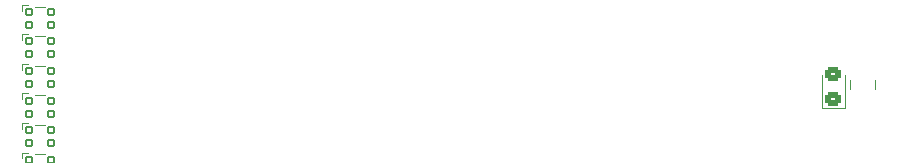
<source format=gbr>
%TF.GenerationSoftware,KiCad,Pcbnew,(6.0.5)*%
%TF.CreationDate,2022-06-15T23:09:50+02:00*%
%TF.ProjectId,plate-SI,706c6174-652d-4534-992e-6b696361645f,rev?*%
%TF.SameCoordinates,Original*%
%TF.FileFunction,Legend,Top*%
%TF.FilePolarity,Positive*%
%FSLAX46Y46*%
G04 Gerber Fmt 4.6, Leading zero omitted, Abs format (unit mm)*
G04 Created by KiCad (PCBNEW (6.0.5)) date 2022-06-15 23:09:50*
%MOMM*%
%LPD*%
G01*
G04 APERTURE LIST*
G04 Aperture macros list*
%AMRoundRect*
0 Rectangle with rounded corners*
0 $1 Rounding radius*
0 $2 $3 $4 $5 $6 $7 $8 $9 X,Y pos of 4 corners*
0 Add a 4 corners polygon primitive as box body*
4,1,4,$2,$3,$4,$5,$6,$7,$8,$9,$2,$3,0*
0 Add four circle primitives for the rounded corners*
1,1,$1+$1,$2,$3*
1,1,$1+$1,$4,$5*
1,1,$1+$1,$6,$7*
1,1,$1+$1,$8,$9*
0 Add four rect primitives between the rounded corners*
20,1,$1+$1,$2,$3,$4,$5,0*
20,1,$1+$1,$4,$5,$6,$7,0*
20,1,$1+$1,$6,$7,$8,$9,0*
20,1,$1+$1,$8,$9,$2,$3,0*%
G04 Aperture macros list end*
%ADD10C,0.120000*%
%ADD11R,1.700000X1.700000*%
%ADD12O,1.700000X1.700000*%
%ADD13RoundRect,0.105000X-0.245000X-0.245000X0.245000X-0.245000X0.245000X0.245000X-0.245000X0.245000X0*%
%ADD14RoundRect,0.250000X0.450000X-0.325000X0.450000X0.325000X-0.450000X0.325000X-0.450000X-0.325000X0*%
%ADD15R,1.800000X1.800000*%
%ADD16C,1.800000*%
%ADD17RoundRect,0.200000X-0.200000X-0.450000X0.200000X-0.450000X0.200000X0.450000X-0.200000X0.450000X0*%
%ADD18O,0.800000X1.300000*%
G04 APERTURE END LIST*
D10*
%TO.C,D1*%
X-7175000Y18212500D02*
X-7175000Y18712500D01*
X-6075000Y18562500D02*
X-5275000Y18562500D01*
X-7175000Y18712500D02*
X-6675000Y18712500D01*
%TO.C,D7*%
X62485000Y22440000D02*
X62485000Y25300000D01*
X60565000Y25300000D02*
X60565000Y22440000D01*
X60565000Y22440000D02*
X62485000Y22440000D01*
%TO.C,D3*%
X-7175000Y23712500D02*
X-6675000Y23712500D01*
X-6075000Y23562500D02*
X-5275000Y23562500D01*
X-7175000Y23212500D02*
X-7175000Y23712500D01*
%TO.C,D5*%
X-7175000Y28712500D02*
X-6675000Y28712500D01*
X-6075000Y28562500D02*
X-5275000Y28562500D01*
X-7175000Y28212500D02*
X-7175000Y28712500D01*
%TO.C,D6*%
X-7175000Y30712500D02*
X-7175000Y31212500D01*
X-6075000Y31062500D02*
X-5275000Y31062500D01*
X-7175000Y31212500D02*
X-6675000Y31212500D01*
%TO.C,D8*%
X65060000Y24105000D02*
X65060000Y24836000D01*
X62940000Y24105000D02*
X62940000Y24836000D01*
%TO.C,D4*%
X-7175000Y25712500D02*
X-7175000Y26212500D01*
X-7175000Y26212500D02*
X-6675000Y26212500D01*
X-6075000Y26062500D02*
X-5275000Y26062500D01*
%TO.C,D2*%
X-7175000Y21212500D02*
X-6675000Y21212500D01*
X-7175000Y20712500D02*
X-7175000Y21212500D01*
X-6075000Y21062500D02*
X-5275000Y21062500D01*
%TD*%
%LPC*%
D11*
%TO.C,J2*%
X-300000Y27612500D03*
D12*
X-300000Y25072500D03*
X-300000Y22532500D03*
X-300000Y19992500D03*
%TD*%
D13*
%TO.C,D1*%
X-6590000Y18112500D03*
X-6590000Y17012500D03*
X-4760000Y17012500D03*
X-4760000Y18112500D03*
%TD*%
D14*
%TO.C,D7*%
X61525000Y25325000D03*
X61525000Y23275000D03*
%TD*%
D13*
%TO.C,D3*%
X-6590000Y23112500D03*
X-6590000Y22012500D03*
X-4760000Y22012500D03*
X-4760000Y23112500D03*
%TD*%
%TO.C,D5*%
X-6590000Y28112500D03*
X-6590000Y27012500D03*
X-4760000Y27012500D03*
X-4760000Y28112500D03*
%TD*%
%TO.C,D6*%
X-6590000Y30612500D03*
X-6590000Y29512500D03*
X-4760000Y29512500D03*
X-4760000Y30612500D03*
%TD*%
D15*
%TO.C,D8*%
X64000000Y23025000D03*
D16*
X64000000Y25565000D03*
%TD*%
D13*
%TO.C,D4*%
X-6590000Y25612500D03*
X-6590000Y24512500D03*
X-4760000Y24512500D03*
X-4760000Y25612500D03*
%TD*%
%TO.C,D2*%
X-6590000Y20612500D03*
X-6590000Y19512500D03*
X-4760000Y19512500D03*
X-4760000Y20612500D03*
%TD*%
D17*
%TO.C,J1*%
X-3750000Y9800000D03*
D18*
X-2500000Y9800000D03*
X-1250000Y9800000D03*
X0Y9800000D03*
X1250000Y9800000D03*
X2500000Y9800000D03*
X3750000Y9800000D03*
%TD*%
M02*

</source>
